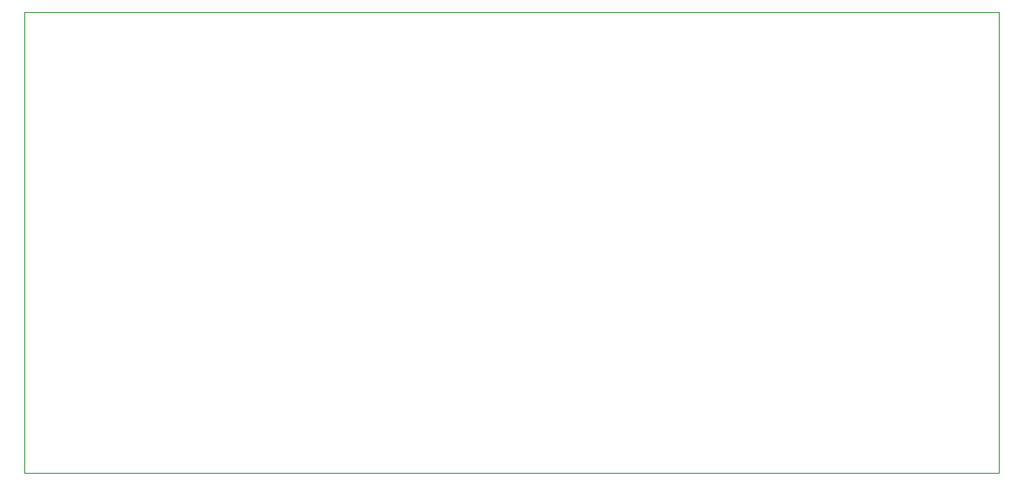
<source format=gbr>
%TF.GenerationSoftware,KiCad,Pcbnew,8.0.4*%
%TF.CreationDate,2024-10-27T12:29:09+01:00*%
%TF.ProjectId,Kicad_Sujet_10,4b696361-645f-4537-956a-65745f31302e,rev?*%
%TF.SameCoordinates,Original*%
%TF.FileFunction,Profile,NP*%
%FSLAX46Y46*%
G04 Gerber Fmt 4.6, Leading zero omitted, Abs format (unit mm)*
G04 Created by KiCad (PCBNEW 8.0.4) date 2024-10-27 12:29:09*
%MOMM*%
%LPD*%
G01*
G04 APERTURE LIST*
%TA.AperFunction,Profile*%
%ADD10C,0.050000*%
%TD*%
G04 APERTURE END LIST*
D10*
X83945000Y-43815000D02*
X178945000Y-43815000D01*
X178945000Y-88815000D01*
X83945000Y-88815000D01*
X83945000Y-43815000D01*
M02*

</source>
